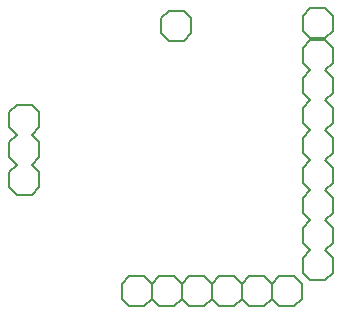
<source format=gbr>
G04 DipTrace 2.4.0.2*
%INBottomSilk.gbr*%
%MOMM*%
%ADD19C,0.203*%
%FSLAX53Y53*%
G04*
G71*
G90*
G75*
G01*
%LNBotSilk*%
%LPD*%
X19157Y38270D2*
D19*
X19792Y38905D1*
Y40175D1*
X19157Y40810D1*
X17887D2*
X17252Y40175D1*
Y38905D1*
X17887Y38270D1*
X19792Y33825D2*
Y35095D1*
X19157Y35730D1*
X17887D2*
X17252Y35095D1*
X19157Y35730D2*
X19792Y36365D1*
Y37635D1*
X19157Y38270D1*
X17887D2*
X17252Y37635D1*
Y36365D1*
X17887Y35730D1*
X19157Y33190D2*
X17887D1*
X19792Y33825D2*
X19157Y33190D1*
X17887D2*
X17252Y33825D1*
Y35095D2*
Y33825D1*
X19157Y40810D2*
X17887D1*
X44624Y41838D2*
Y43108D1*
X43989Y43744D1*
X42719D2*
X42084Y43108D1*
X43989Y38664D2*
X44624Y39298D1*
Y40568D1*
X43989Y41204D1*
X42719D2*
X42084Y40568D1*
Y39298D1*
X42719Y38664D1*
X44624Y41838D2*
X43989Y41204D1*
X42719D2*
X42084Y41838D1*
Y43108D2*
Y41838D1*
X44624Y34218D2*
Y35488D1*
X43989Y36124D1*
X42719D2*
X42084Y35488D1*
X43989Y36124D2*
X44624Y36758D1*
Y38028D1*
X43989Y38664D1*
X42719D2*
X42084Y38028D1*
Y36758D1*
X42719Y36124D1*
X43989Y31044D2*
X44624Y31678D1*
Y32948D1*
X43989Y33584D1*
X42719D2*
X42084Y32948D1*
Y31678D1*
X42719Y31044D1*
X44624Y34218D2*
X43989Y33584D1*
X42719D2*
X42084Y34218D1*
Y35488D2*
Y34218D1*
X44624Y26598D2*
Y27870D1*
X43989Y28504D1*
X42719D2*
X42084Y27870D1*
X43989Y28504D2*
X44624Y29138D1*
Y30408D1*
X43989Y31044D1*
X42719D2*
X42084Y30408D1*
Y29138D1*
X42719Y28504D1*
X43989Y25964D2*
X42719D1*
X44624Y26598D2*
X43989Y25964D1*
X42719D2*
X42084Y26598D1*
Y27870D2*
Y26598D1*
X44624Y44378D2*
Y45648D1*
X43989Y46284D1*
X42719D1*
X42084Y45648D1*
X44624Y44378D2*
X43989Y43744D1*
X42719D2*
X42084Y44378D1*
Y45648D2*
Y44378D1*
X42076Y48336D2*
X42711Y48971D1*
X43981D1*
X44616Y48336D1*
Y47066D1*
X43981Y46431D1*
X42711D1*
X42076Y47066D1*
Y48336D1*
X30106Y48155D2*
X30741Y48790D1*
X32011D1*
X32646Y48155D1*
Y46885D1*
X32011Y46250D1*
X30741D1*
X30106Y46885D1*
Y48155D1*
X41996Y25657D2*
X41360Y26292D1*
X40091D1*
X39455Y25657D1*
X38821Y26292D1*
X37550D1*
X36916Y25657D1*
X36281Y26292D1*
X35011D1*
X34376Y25657D1*
X33740Y26292D1*
X32471D1*
X31835Y25657D1*
X31201Y26292D1*
X29930D1*
X29296Y25657D1*
X28661Y26292D1*
X27391D1*
X26756Y25657D1*
Y24387D1*
X27391Y23752D1*
X28661D1*
X29296Y24387D1*
X29930Y23752D1*
X31201D1*
X31835Y24387D1*
X32471Y23752D1*
X33740D1*
X34376Y24387D1*
X35011Y23752D1*
X36281D1*
X36916Y24387D1*
X37550Y23752D1*
X38821D1*
X39455Y24387D1*
X40091Y23752D1*
X41360D1*
X41996Y24387D1*
Y25657D1*
X39455D2*
Y24387D1*
X36916Y25657D2*
Y24387D1*
X34376Y25657D2*
Y24387D1*
X31835Y25657D2*
Y24387D1*
X29296Y25657D2*
Y24387D1*
M02*

</source>
